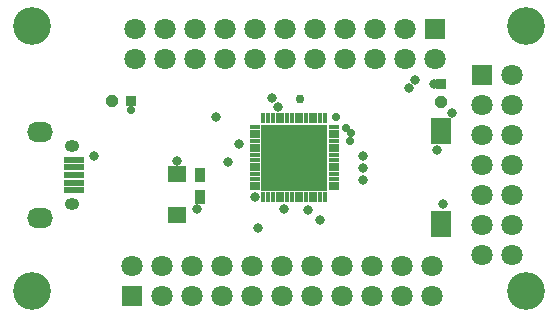
<source format=gts>
G04*
G04 #@! TF.GenerationSoftware,Altium Limited,Altium Designer,21.6.1 (37)*
G04*
G04 Layer_Color=8388736*
%FSLAX25Y25*%
%MOIN*%
G70*
G04*
G04 #@! TF.SameCoordinates,071825C8-D767-4C1D-B5F0-F0FA3D86134F*
G04*
G04*
G04 #@! TF.FilePolarity,Negative*
G04*
G01*
G75*
%ADD27R,0.03800X0.03800*%
%ADD28P,0.04113X8X292.5*%
%ADD29R,0.06706X0.08674*%
%ADD30P,0.04113X8X202.5*%
%ADD31R,0.03800X0.03800*%
%ADD32R,0.07099X0.02178*%
%ADD33O,0.01587X0.03556*%
%ADD34O,0.03556X0.01587*%
%ADD35R,0.21863X0.21863*%
%ADD36R,0.03800X0.04800*%
%ADD37R,0.06312X0.05524*%
%ADD38C,0.12611*%
%ADD39C,0.07099*%
%ADD40R,0.07099X0.07099*%
%ADD41O,0.08674X0.06706*%
%ADD42O,0.04737X0.03950*%
%ADD43R,0.07099X0.07099*%
%ADD44C,0.02769*%
%ADD45C,0.03162*%
%ADD46C,0.03000*%
D27*
X618500Y371000D02*
D03*
D28*
Y364882D02*
D03*
D29*
Y355500D02*
D03*
X618579Y324269D02*
D03*
D30*
X508882Y365500D02*
D03*
D31*
X515000D02*
D03*
D32*
X496117Y338169D02*
D03*
Y335610D02*
D03*
Y345847D02*
D03*
Y340728D02*
D03*
Y343287D02*
D03*
D33*
X559264Y359689D02*
D03*
X560839D02*
D03*
X562413D02*
D03*
X563988D02*
D03*
X565563D02*
D03*
X567138D02*
D03*
X568713D02*
D03*
X570287D02*
D03*
X571862D02*
D03*
X573437D02*
D03*
X575012D02*
D03*
X576587D02*
D03*
X578161D02*
D03*
X579736D02*
D03*
Y333311D02*
D03*
X578161D02*
D03*
X576587D02*
D03*
X575012D02*
D03*
X573437D02*
D03*
X571862D02*
D03*
X570287D02*
D03*
X568713D02*
D03*
X567138D02*
D03*
X565563D02*
D03*
X563988D02*
D03*
X562413D02*
D03*
X560839D02*
D03*
X559264D02*
D03*
D34*
X582689Y356736D02*
D03*
Y355161D02*
D03*
Y353587D02*
D03*
Y352012D02*
D03*
Y350437D02*
D03*
Y348862D02*
D03*
Y347287D02*
D03*
Y345713D02*
D03*
Y344138D02*
D03*
Y342563D02*
D03*
Y340988D02*
D03*
Y339413D02*
D03*
Y337839D02*
D03*
Y336264D02*
D03*
X556311D02*
D03*
Y337839D02*
D03*
Y339413D02*
D03*
Y340988D02*
D03*
Y342563D02*
D03*
Y344138D02*
D03*
Y345713D02*
D03*
Y347287D02*
D03*
Y348862D02*
D03*
Y350437D02*
D03*
Y352012D02*
D03*
Y353587D02*
D03*
Y355161D02*
D03*
Y356736D02*
D03*
D35*
X569500Y346500D02*
D03*
D36*
X538000Y340800D02*
D03*
Y333500D02*
D03*
D37*
X530500Y327500D02*
D03*
Y340886D02*
D03*
D38*
X646819Y302181D02*
D03*
Y390319D02*
D03*
X482181D02*
D03*
Y302181D02*
D03*
D39*
X615500Y310500D02*
D03*
Y300500D02*
D03*
X605500Y310500D02*
D03*
Y300500D02*
D03*
X595500Y310500D02*
D03*
Y300500D02*
D03*
X585500Y310500D02*
D03*
Y300500D02*
D03*
X575500Y310500D02*
D03*
Y300500D02*
D03*
X565500Y310500D02*
D03*
Y300500D02*
D03*
X555500Y310500D02*
D03*
Y300500D02*
D03*
X545500Y310500D02*
D03*
Y300500D02*
D03*
X535500Y310500D02*
D03*
Y300500D02*
D03*
X525500Y310500D02*
D03*
Y300500D02*
D03*
X515500Y310500D02*
D03*
X642000Y374000D02*
D03*
X632000Y364000D02*
D03*
X642000D02*
D03*
X632000Y354000D02*
D03*
X642000D02*
D03*
X632000Y344000D02*
D03*
X642000D02*
D03*
X632000Y334000D02*
D03*
X642000D02*
D03*
X632000Y324000D02*
D03*
X642000D02*
D03*
Y314000D02*
D03*
X632000D02*
D03*
X516500Y379500D02*
D03*
Y389500D02*
D03*
X526500Y379500D02*
D03*
Y389500D02*
D03*
X536500Y379500D02*
D03*
Y389500D02*
D03*
X546500Y379500D02*
D03*
Y389500D02*
D03*
X556500Y379500D02*
D03*
Y389500D02*
D03*
X566500Y379500D02*
D03*
Y389500D02*
D03*
X576500Y379500D02*
D03*
Y389500D02*
D03*
X586500Y379500D02*
D03*
Y389500D02*
D03*
X596500Y379500D02*
D03*
Y389500D02*
D03*
X606500Y379500D02*
D03*
Y389500D02*
D03*
X616500Y379500D02*
D03*
D40*
X515500Y300500D02*
D03*
X616500Y389500D02*
D03*
D41*
X484700Y355000D02*
D03*
Y326457D02*
D03*
D42*
X495369Y331181D02*
D03*
Y350276D02*
D03*
D43*
X632000Y374000D02*
D03*
D44*
X586616Y356399D02*
D03*
X588000Y351988D02*
D03*
X588600Y354600D02*
D03*
X573831Y337839D02*
D03*
X569500D02*
D03*
X565169D02*
D03*
X578161Y342169D02*
D03*
X573831D02*
D03*
X569500D02*
D03*
X565169D02*
D03*
X560839D02*
D03*
X578161Y346500D02*
D03*
X573831D02*
D03*
X569500D02*
D03*
X565169D02*
D03*
X560839D02*
D03*
X578161Y350831D02*
D03*
X573831D02*
D03*
X569500D02*
D03*
X565169D02*
D03*
X560839D02*
D03*
X573831Y355161D02*
D03*
X569500D02*
D03*
X565169D02*
D03*
X515000Y362500D02*
D03*
X583500Y360000D02*
D03*
D45*
X578200Y325700D02*
D03*
X592500Y347000D02*
D03*
X573949Y328951D02*
D03*
X547600Y344900D02*
D03*
X562000Y366500D02*
D03*
X607900Y369700D02*
D03*
X609900Y372200D02*
D03*
X502800Y347000D02*
D03*
X619000Y331000D02*
D03*
X622000Y361500D02*
D03*
X617000Y349000D02*
D03*
X616000Y371000D02*
D03*
X543500Y360000D02*
D03*
X592500Y339000D02*
D03*
Y343000D02*
D03*
X551000Y351000D02*
D03*
X557500Y323000D02*
D03*
X537000Y329500D02*
D03*
X556500Y333500D02*
D03*
X564000Y363500D02*
D03*
X566000Y329500D02*
D03*
X530500Y345500D02*
D03*
D46*
X571600Y365900D02*
D03*
M02*

</source>
